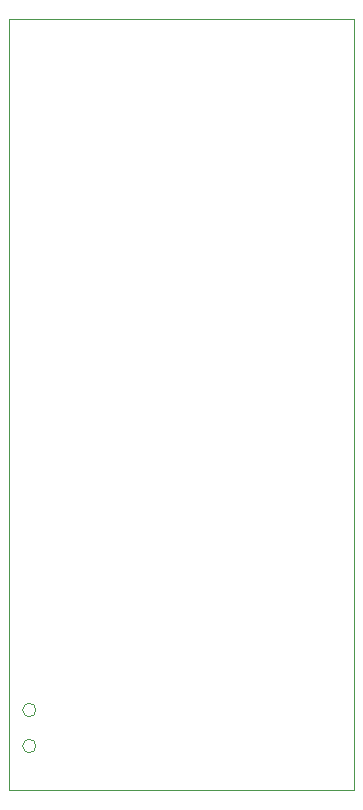
<source format=gbr>
G04 #@! TF.GenerationSoftware,KiCad,Pcbnew,(5.1.4)-1*
G04 #@! TF.CreationDate,2020-09-18T13:05:13-04:00*
G04 #@! TF.ProjectId,nRF52832_DEMO_V01,6e524635-3238-4333-925f-44454d4f5f56,rev?*
G04 #@! TF.SameCoordinates,Original*
G04 #@! TF.FileFunction,Profile,NP*
%FSLAX46Y46*%
G04 Gerber Fmt 4.6, Leading zero omitted, Abs format (unit mm)*
G04 Created by KiCad (PCBNEW (5.1.4)-1) date 2020-09-18 13:05:13*
%MOMM*%
%LPD*%
G04 APERTURE LIST*
%ADD10C,0.050000*%
G04 APERTURE END LIST*
D10*
X103893597Y-101904800D02*
G75*
G03X103893597Y-101904800I-566397J0D01*
G01*
X103893597Y-98856800D02*
G75*
G03X103893597Y-98856800I-566397J0D01*
G01*
X101600000Y-40386000D02*
X101600000Y-105664000D01*
X130810000Y-40386000D02*
X101600000Y-40386000D01*
X130810000Y-105664000D02*
X130810000Y-40386000D01*
X101600000Y-105664000D02*
X130810000Y-105664000D01*
M02*

</source>
